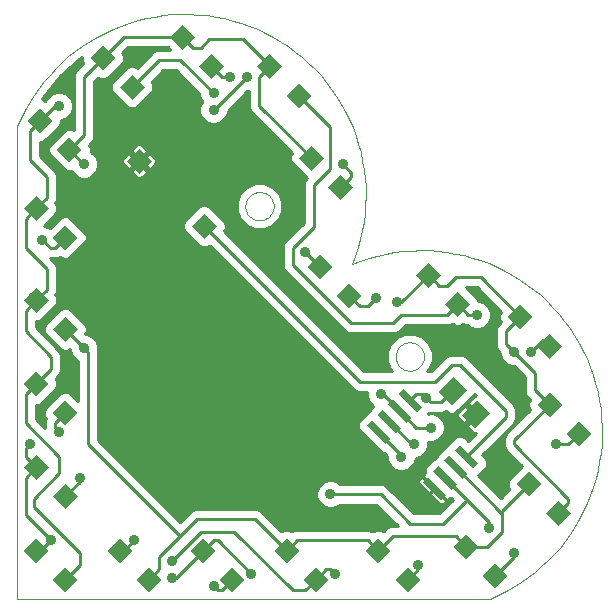
<source format=gbl>
G75*
G70*
%OFA0B0*%
%FSLAX24Y24*%
%IPPOS*%
%LPD*%
%AMOC8*
5,1,8,0,0,1.08239X$1,22.5*
%
%ADD10C,0.0000*%
%ADD11R,0.0591X0.0591*%
%ADD12R,0.0630X0.0709*%
%ADD13R,0.0240X0.0870*%
%ADD14C,0.0100*%
%ADD15C,0.0357*%
D10*
X010038Y009756D02*
X025786Y009756D01*
X026053Y009873D01*
X026314Y010003D01*
X026569Y010146D01*
X026816Y010300D01*
X027055Y010467D01*
X027287Y010645D01*
X027509Y010833D01*
X027722Y011033D01*
X027925Y011242D01*
X028117Y011461D01*
X028299Y011689D01*
X028470Y011925D01*
X028629Y012170D01*
X028776Y012422D01*
X028911Y012680D01*
X029033Y012945D01*
X029142Y013216D01*
X029238Y013491D01*
X029320Y013771D01*
X029389Y014054D01*
X029444Y014340D01*
X029485Y014629D01*
X029513Y014919D01*
X029526Y015211D01*
X029525Y015502D01*
X029510Y015794D01*
X029481Y016084D01*
X029438Y016372D01*
X029381Y016658D01*
X029310Y016941D01*
X029226Y017220D01*
X029128Y017495D01*
X029017Y017765D01*
X028893Y018029D01*
X028757Y018286D01*
X028608Y018537D01*
X028448Y018781D01*
X028276Y019016D01*
X028092Y019243D01*
X027898Y019461D01*
X027694Y019669D01*
X027480Y019866D01*
X027256Y020054D01*
X027024Y020230D01*
X026783Y020395D01*
X026535Y020548D01*
X026280Y020689D01*
X026018Y020817D01*
X025750Y020933D01*
X025477Y021035D01*
X025200Y021125D01*
X024918Y021200D01*
X024633Y021262D01*
X024345Y021310D01*
X024056Y021345D01*
X023765Y021365D01*
X023473Y021371D01*
X023182Y021363D01*
X022891Y021341D01*
X022602Y021305D01*
X022315Y021255D01*
X022030Y021191D01*
X021749Y021113D01*
X021472Y021022D01*
X021200Y020918D01*
X017640Y022840D02*
X017642Y022883D01*
X017648Y022925D01*
X017658Y022967D01*
X017671Y023008D01*
X017688Y023048D01*
X017709Y023085D01*
X017733Y023121D01*
X017760Y023154D01*
X017790Y023185D01*
X017823Y023213D01*
X017858Y023238D01*
X017895Y023259D01*
X017934Y023277D01*
X017974Y023291D01*
X018016Y023302D01*
X018058Y023309D01*
X018101Y023312D01*
X018144Y023311D01*
X018187Y023306D01*
X018229Y023297D01*
X018270Y023285D01*
X018310Y023269D01*
X018348Y023249D01*
X018384Y023226D01*
X018418Y023199D01*
X018450Y023170D01*
X018478Y023138D01*
X018504Y023103D01*
X018526Y023067D01*
X018545Y023028D01*
X018560Y022988D01*
X018572Y022947D01*
X018580Y022904D01*
X018584Y022861D01*
X018584Y022819D01*
X018580Y022776D01*
X018572Y022733D01*
X018560Y022692D01*
X018545Y022652D01*
X018526Y022613D01*
X018504Y022577D01*
X018478Y022542D01*
X018450Y022510D01*
X018418Y022481D01*
X018384Y022454D01*
X018348Y022431D01*
X018310Y022411D01*
X018270Y022395D01*
X018229Y022383D01*
X018187Y022374D01*
X018144Y022369D01*
X018101Y022368D01*
X018058Y022371D01*
X018016Y022378D01*
X017974Y022389D01*
X017934Y022403D01*
X017895Y022421D01*
X017858Y022442D01*
X017823Y022467D01*
X017790Y022495D01*
X017760Y022526D01*
X017733Y022559D01*
X017709Y022595D01*
X017688Y022632D01*
X017671Y022672D01*
X017658Y022713D01*
X017648Y022755D01*
X017642Y022797D01*
X017640Y022840D01*
X021200Y020917D02*
X021304Y021190D01*
X021395Y021467D01*
X021473Y021748D01*
X021537Y022032D01*
X021587Y022320D01*
X021623Y022609D01*
X021645Y022900D01*
X021653Y023191D01*
X021647Y023483D01*
X021627Y023774D01*
X021592Y024063D01*
X021544Y024351D01*
X021482Y024636D01*
X021407Y024918D01*
X021317Y025195D01*
X021215Y025468D01*
X021099Y025736D01*
X020971Y025998D01*
X020830Y026253D01*
X020677Y026501D01*
X020512Y026742D01*
X020336Y026974D01*
X020148Y027198D01*
X019951Y027412D01*
X019743Y027616D01*
X019525Y027810D01*
X019298Y027994D01*
X019063Y028166D01*
X018819Y028326D01*
X018568Y028475D01*
X018311Y028611D01*
X018047Y028735D01*
X017777Y028846D01*
X017502Y028944D01*
X017223Y029028D01*
X016940Y029099D01*
X016654Y029156D01*
X016366Y029199D01*
X016076Y029228D01*
X015784Y029243D01*
X015493Y029244D01*
X015201Y029231D01*
X014911Y029203D01*
X014622Y029162D01*
X014336Y029107D01*
X014053Y029038D01*
X013773Y028956D01*
X013498Y028860D01*
X013227Y028751D01*
X012962Y028629D01*
X012704Y028494D01*
X012452Y028347D01*
X012207Y028188D01*
X011971Y028017D01*
X011743Y027835D01*
X011524Y027643D01*
X011315Y027440D01*
X011115Y027227D01*
X010927Y027005D01*
X010749Y026773D01*
X010582Y026534D01*
X010428Y026287D01*
X010285Y026032D01*
X010155Y025771D01*
X010038Y025504D01*
X010038Y009756D01*
X022651Y017829D02*
X022653Y017872D01*
X022659Y017914D01*
X022669Y017956D01*
X022682Y017997D01*
X022699Y018037D01*
X022720Y018074D01*
X022744Y018110D01*
X022771Y018143D01*
X022801Y018174D01*
X022834Y018202D01*
X022869Y018227D01*
X022906Y018248D01*
X022945Y018266D01*
X022985Y018280D01*
X023027Y018291D01*
X023069Y018298D01*
X023112Y018301D01*
X023155Y018300D01*
X023198Y018295D01*
X023240Y018286D01*
X023281Y018274D01*
X023321Y018258D01*
X023359Y018238D01*
X023395Y018215D01*
X023429Y018188D01*
X023461Y018159D01*
X023489Y018127D01*
X023515Y018092D01*
X023537Y018056D01*
X023556Y018017D01*
X023571Y017977D01*
X023583Y017936D01*
X023591Y017893D01*
X023595Y017850D01*
X023595Y017808D01*
X023591Y017765D01*
X023583Y017722D01*
X023571Y017681D01*
X023556Y017641D01*
X023537Y017602D01*
X023515Y017566D01*
X023489Y017531D01*
X023461Y017499D01*
X023429Y017470D01*
X023395Y017443D01*
X023359Y017420D01*
X023321Y017400D01*
X023281Y017384D01*
X023240Y017372D01*
X023198Y017363D01*
X023155Y017358D01*
X023112Y017357D01*
X023069Y017360D01*
X023027Y017367D01*
X022985Y017378D01*
X022945Y017392D01*
X022906Y017410D01*
X022869Y017431D01*
X022834Y017456D01*
X022801Y017484D01*
X022771Y017515D01*
X022744Y017548D01*
X022720Y017584D01*
X022699Y017621D01*
X022682Y017661D01*
X022669Y017702D01*
X022659Y017744D01*
X022653Y017786D01*
X022651Y017829D01*
D11*
G36*
X020687Y019848D02*
X021104Y020265D01*
X021521Y019848D01*
X021104Y019431D01*
X020687Y019848D01*
G37*
G36*
X019713Y020822D02*
X020130Y021239D01*
X020547Y020822D01*
X020130Y020405D01*
X019713Y020822D01*
G37*
G36*
X020409Y023467D02*
X020826Y023884D01*
X021243Y023467D01*
X020826Y023050D01*
X020409Y023467D01*
G37*
G36*
X019435Y024441D02*
X019852Y024858D01*
X020269Y024441D01*
X019852Y024024D01*
X019435Y024441D01*
G37*
G36*
X019017Y026529D02*
X019434Y026946D01*
X019851Y026529D01*
X019434Y026112D01*
X019017Y026529D01*
G37*
G36*
X018043Y027503D02*
X018460Y027920D01*
X018877Y027503D01*
X018460Y027086D01*
X018043Y027503D01*
G37*
G36*
X016094Y027503D02*
X016511Y027920D01*
X016928Y027503D01*
X016511Y027086D01*
X016094Y027503D01*
G37*
G36*
X015120Y028478D02*
X015537Y028895D01*
X015954Y028478D01*
X015537Y028061D01*
X015120Y028478D01*
G37*
G36*
X013449Y026807D02*
X013866Y027224D01*
X014283Y026807D01*
X013866Y026390D01*
X013449Y026807D01*
G37*
G36*
X012475Y027782D02*
X012892Y028199D01*
X013309Y027782D01*
X012892Y027365D01*
X012475Y027782D01*
G37*
G36*
X010387Y025694D02*
X010804Y026111D01*
X011221Y025694D01*
X010804Y025277D01*
X010387Y025694D01*
G37*
G36*
X011361Y024720D02*
X011778Y025137D01*
X012195Y024720D01*
X011778Y024303D01*
X011361Y024720D01*
G37*
G36*
X010248Y022771D02*
X010665Y023188D01*
X011082Y022771D01*
X010665Y022354D01*
X010248Y022771D01*
G37*
G36*
X011222Y021796D02*
X011639Y022213D01*
X012056Y021796D01*
X011639Y021379D01*
X011222Y021796D01*
G37*
G36*
X010248Y019709D02*
X010665Y020126D01*
X011082Y019709D01*
X010665Y019292D01*
X010248Y019709D01*
G37*
G36*
X011222Y018734D02*
X011639Y019151D01*
X012056Y018734D01*
X011639Y018317D01*
X011222Y018734D01*
G37*
G36*
X010248Y016925D02*
X010665Y017342D01*
X011082Y016925D01*
X010665Y016508D01*
X010248Y016925D01*
G37*
G36*
X011222Y015950D02*
X011639Y016367D01*
X012056Y015950D01*
X011639Y015533D01*
X011222Y015950D01*
G37*
G36*
X010248Y014141D02*
X010665Y014558D01*
X011082Y014141D01*
X010665Y013724D01*
X010248Y014141D01*
G37*
G36*
X011222Y013166D02*
X011639Y013583D01*
X012056Y013166D01*
X011639Y012749D01*
X011222Y013166D01*
G37*
G36*
X010248Y011357D02*
X010665Y011774D01*
X011082Y011357D01*
X010665Y010940D01*
X010248Y011357D01*
G37*
G36*
X011222Y010383D02*
X011639Y010800D01*
X012056Y010383D01*
X011639Y009966D01*
X011222Y010383D01*
G37*
G36*
X013032Y011357D02*
X013449Y011774D01*
X013866Y011357D01*
X013449Y010940D01*
X013032Y011357D01*
G37*
G36*
X014006Y010383D02*
X014423Y010800D01*
X014840Y010383D01*
X014423Y009966D01*
X014006Y010383D01*
G37*
G36*
X015816Y011357D02*
X016233Y011774D01*
X016650Y011357D01*
X016233Y010940D01*
X015816Y011357D01*
G37*
G36*
X016790Y010383D02*
X017207Y010800D01*
X017624Y010383D01*
X017207Y009966D01*
X016790Y010383D01*
G37*
G36*
X018599Y011357D02*
X019016Y011774D01*
X019433Y011357D01*
X019016Y010940D01*
X018599Y011357D01*
G37*
G36*
X019574Y010383D02*
X019991Y010800D01*
X020408Y010383D01*
X019991Y009966D01*
X019574Y010383D01*
G37*
G36*
X021662Y011357D02*
X022079Y011774D01*
X022496Y011357D01*
X022079Y010940D01*
X021662Y011357D01*
G37*
G36*
X022636Y010383D02*
X023053Y010800D01*
X023470Y010383D01*
X023053Y009966D01*
X022636Y010383D01*
G37*
G36*
X024585Y011496D02*
X025002Y011913D01*
X025419Y011496D01*
X025002Y011079D01*
X024585Y011496D01*
G37*
G36*
X025559Y010522D02*
X025976Y010939D01*
X026393Y010522D01*
X025976Y010105D01*
X025559Y010522D01*
G37*
G36*
X027647Y012610D02*
X028064Y013027D01*
X028481Y012610D01*
X028064Y012193D01*
X027647Y012610D01*
G37*
G36*
X026673Y013584D02*
X027090Y014001D01*
X027507Y013584D01*
X027090Y013167D01*
X026673Y013584D01*
G37*
G36*
X028343Y015254D02*
X028760Y015671D01*
X029177Y015254D01*
X028760Y014837D01*
X028343Y015254D01*
G37*
G36*
X027369Y016229D02*
X027786Y016646D01*
X028203Y016229D01*
X027786Y015812D01*
X027369Y016229D01*
G37*
G36*
X027369Y018177D02*
X027786Y018594D01*
X028203Y018177D01*
X027786Y017760D01*
X027369Y018177D01*
G37*
G36*
X026394Y019152D02*
X026811Y019569D01*
X027228Y019152D01*
X026811Y018735D01*
X026394Y019152D01*
G37*
G36*
X024306Y019569D02*
X024723Y019986D01*
X025140Y019569D01*
X024723Y019152D01*
X024306Y019569D01*
G37*
G36*
X023332Y020544D02*
X023749Y020961D01*
X024166Y020544D01*
X023749Y020127D01*
X023332Y020544D01*
G37*
G36*
X016274Y021755D02*
X015857Y022172D01*
X016274Y022589D01*
X016691Y022172D01*
X016274Y021755D01*
G37*
G36*
X014103Y023927D02*
X013686Y024344D01*
X014103Y024761D01*
X014520Y024344D01*
X014103Y023927D01*
G37*
D12*
G36*
X024515Y016215D02*
X024069Y016661D01*
X024569Y017161D01*
X025015Y016715D01*
X024515Y016215D01*
G37*
G36*
X025295Y015436D02*
X024849Y015882D01*
X025349Y016382D01*
X025795Y015936D01*
X025295Y015436D01*
G37*
D13*
G36*
X024619Y014718D02*
X024789Y014888D01*
X025403Y014274D01*
X025233Y014104D01*
X024619Y014718D01*
G37*
G36*
X024265Y014365D02*
X024435Y014535D01*
X025049Y013921D01*
X024879Y013751D01*
X024265Y014365D01*
G37*
G36*
X023912Y014011D02*
X024082Y014181D01*
X024696Y013567D01*
X024526Y013397D01*
X023912Y014011D01*
G37*
G36*
X023558Y013658D02*
X023728Y013828D01*
X024342Y013214D01*
X024172Y013044D01*
X023558Y013658D01*
G37*
G36*
X021685Y015531D02*
X021855Y015701D01*
X022469Y015087D01*
X022299Y014917D01*
X021685Y015531D01*
G37*
G36*
X022038Y015885D02*
X022208Y016055D01*
X022822Y015441D01*
X022652Y015271D01*
X022038Y015885D01*
G37*
G36*
X022392Y016239D02*
X022562Y016409D01*
X023176Y015795D01*
X023006Y015625D01*
X022392Y016239D01*
G37*
G36*
X022745Y016592D02*
X022915Y016762D01*
X023529Y016148D01*
X023359Y015978D01*
X022745Y016592D01*
G37*
D14*
X023137Y016370D02*
X023344Y016577D01*
X023540Y016577D01*
X023679Y016438D01*
X023819Y016298D01*
X024153Y016298D01*
X024542Y016688D01*
X024871Y016162D02*
X024917Y016162D01*
X024958Y016202D02*
X024729Y015973D01*
X024709Y015939D01*
X024699Y015900D01*
X024699Y015861D01*
X024709Y015823D01*
X024729Y015789D01*
X024930Y015587D01*
X025251Y015908D01*
X025322Y015838D01*
X025001Y015517D01*
X025202Y015315D01*
X025236Y015296D01*
X025274Y015285D01*
X025314Y015285D01*
X025321Y015287D01*
X025061Y015026D01*
X024953Y015134D01*
X024846Y015179D01*
X024731Y015179D01*
X024624Y015134D01*
X024373Y014883D01*
X024343Y014811D01*
X024270Y014781D01*
X024019Y014530D01*
X023989Y014457D01*
X023917Y014427D01*
X023666Y014176D01*
X023621Y014070D01*
X023621Y013954D01*
X023627Y013940D01*
X023544Y013856D01*
X023950Y013450D01*
X023936Y013436D01*
X023530Y013842D01*
X023438Y013750D01*
X023418Y013716D01*
X023408Y013678D01*
X023408Y013639D01*
X023418Y013600D01*
X023438Y013566D01*
X023752Y013252D01*
X023936Y013435D01*
X023950Y013421D01*
X023767Y013238D01*
X024081Y012923D01*
X024115Y012903D01*
X024153Y012893D01*
X024193Y012893D01*
X024231Y012903D01*
X024265Y012923D01*
X024357Y013015D01*
X023950Y013421D01*
X023965Y013435D01*
X024371Y013029D01*
X024455Y013113D01*
X024469Y013107D01*
X024449Y013107D01*
X024469Y013107D02*
X024506Y013107D01*
X024553Y013059D01*
X024095Y012602D01*
X023263Y012602D01*
X022436Y013429D01*
X022341Y013524D01*
X022216Y013576D01*
X020800Y013576D01*
X020743Y013633D01*
X020571Y013704D01*
X020385Y013704D01*
X020213Y013633D01*
X020081Y013501D01*
X014291Y013501D01*
X014192Y013599D02*
X020179Y013599D01*
X020081Y013501D02*
X020010Y013329D01*
X020010Y013143D01*
X020081Y012971D01*
X020213Y012839D01*
X020385Y012768D01*
X020571Y012768D01*
X020743Y012839D01*
X020800Y012896D01*
X022007Y012896D01*
X022719Y012184D01*
X022498Y012184D01*
X022495Y012183D01*
X022373Y012132D01*
X022252Y012011D01*
X022243Y012020D01*
X022136Y012064D01*
X022021Y012064D01*
X021914Y012020D01*
X021898Y012004D01*
X021834Y012030D01*
X021798Y012045D01*
X021663Y012045D01*
X019297Y012045D01*
X019293Y012043D01*
X019197Y012004D01*
X019181Y012020D01*
X019074Y012064D01*
X018959Y012064D01*
X018852Y012020D01*
X018843Y012011D01*
X018261Y012593D01*
X018165Y012689D01*
X018040Y012741D01*
X015956Y012741D01*
X015831Y012689D01*
X015736Y012593D01*
X015467Y012325D01*
X012745Y015047D01*
X012745Y017901D01*
X012745Y018036D01*
X012734Y018062D01*
X012734Y018201D01*
X012663Y018373D01*
X012531Y018505D01*
X012359Y018576D01*
X012305Y018576D01*
X012347Y018676D01*
X012347Y018792D01*
X012303Y018898D01*
X011803Y019398D01*
X011697Y019442D01*
X011581Y019442D01*
X011475Y019398D01*
X010976Y018898D01*
X010932Y018792D01*
X010932Y018676D01*
X010976Y018570D01*
X011475Y018071D01*
X011581Y018027D01*
X011697Y018027D01*
X011797Y018068D01*
X011797Y018015D01*
X011868Y017843D01*
X012000Y017711D01*
X012065Y017684D01*
X012065Y016352D01*
X011803Y016614D01*
X011697Y016658D01*
X011581Y016658D01*
X011475Y016614D01*
X010976Y016115D01*
X010932Y016008D01*
X010932Y015893D01*
X010976Y015786D01*
X010992Y015769D01*
X010951Y015670D01*
X010951Y015531D01*
X010951Y015449D01*
X010657Y015743D01*
X010657Y016217D01*
X010722Y016217D01*
X010829Y016261D01*
X011328Y016760D01*
X011372Y016867D01*
X011372Y016982D01*
X011328Y017089D01*
X011319Y017098D01*
X011440Y017219D01*
X011476Y017307D01*
X011492Y017344D01*
X012065Y017344D01*
X012065Y017246D02*
X011451Y017246D01*
X011492Y017344D02*
X011492Y017762D01*
X011492Y017897D01*
X011477Y017933D01*
X011440Y018022D01*
X010657Y018805D01*
X010657Y019001D01*
X010722Y019001D01*
X010829Y019045D01*
X011328Y019544D01*
X011372Y019651D01*
X011372Y019766D01*
X011328Y019873D01*
X011312Y019889D01*
X011337Y019951D01*
X011353Y019989D01*
X011353Y020820D01*
X011301Y020945D01*
X011205Y021041D01*
X011138Y021109D01*
X011220Y021109D01*
X011359Y021109D01*
X011396Y021124D01*
X011458Y021150D01*
X011475Y021133D01*
X011581Y021089D01*
X011697Y021089D01*
X011803Y021133D01*
X012303Y021632D01*
X012347Y021739D01*
X012347Y021854D01*
X012303Y021961D01*
X011803Y022460D01*
X011697Y022504D01*
X011581Y022504D01*
X011475Y022460D01*
X011139Y022124D01*
X010967Y022195D01*
X010917Y022195D01*
X011328Y022607D01*
X011372Y022713D01*
X011372Y022829D01*
X011328Y022935D01*
X011311Y022952D01*
X011337Y023014D01*
X011353Y023051D01*
X011353Y023882D01*
X011337Y023921D01*
X011301Y024007D01*
X010796Y024512D01*
X010796Y024986D01*
X010862Y024986D01*
X010968Y025031D01*
X011467Y025530D01*
X011511Y025636D01*
X011511Y025713D01*
X011524Y025713D01*
X011696Y025784D01*
X011827Y025916D01*
X011899Y026088D01*
X011899Y026274D01*
X011827Y026446D01*
X011696Y026578D01*
X011524Y026650D01*
X011337Y026650D01*
X011165Y026578D01*
X011033Y026446D01*
X011003Y026374D01*
X010977Y026348D01*
X010968Y026357D01*
X010862Y026401D01*
X010854Y026401D01*
X010926Y026521D01*
X011471Y027184D01*
X012110Y027758D01*
X012184Y027807D01*
X012184Y027724D01*
X012228Y027618D01*
X012238Y027608D01*
X011977Y027348D01*
X011926Y027223D01*
X011926Y027088D01*
X011926Y025390D01*
X011836Y025427D01*
X011721Y025427D01*
X011614Y025383D01*
X011115Y024884D01*
X011071Y024777D01*
X011071Y024662D01*
X011115Y024555D01*
X011614Y024056D01*
X011721Y024012D01*
X011836Y024012D01*
X011848Y024017D01*
X011868Y023967D01*
X012000Y023835D01*
X012172Y023764D01*
X012359Y023764D01*
X012531Y023835D01*
X012663Y023967D01*
X012734Y024139D01*
X012734Y024326D01*
X012663Y024498D01*
X012531Y024629D01*
X012481Y024650D01*
X012486Y024662D01*
X012486Y024777D01*
X012442Y024884D01*
X012433Y024893D01*
X012554Y025014D01*
X012590Y025101D01*
X012605Y025139D01*
X012605Y027015D01*
X012718Y027128D01*
X012728Y027118D01*
X012834Y027074D01*
X012950Y027074D01*
X013056Y027118D01*
X013555Y027618D01*
X013599Y027724D01*
X013599Y027840D01*
X013555Y027946D01*
X013546Y027955D01*
X013729Y028138D01*
X015049Y028138D01*
X015134Y028052D01*
X014703Y028052D01*
X014578Y028000D01*
X014483Y027905D01*
X014040Y027462D01*
X014031Y027471D01*
X013924Y027515D01*
X013809Y027515D01*
X013702Y027471D01*
X013203Y026972D01*
X013159Y026865D01*
X013159Y026750D01*
X013203Y026643D01*
X013702Y026144D01*
X013809Y026100D01*
X013924Y026100D01*
X014031Y026144D01*
X014530Y026643D01*
X014574Y026750D01*
X014574Y026865D01*
X014530Y026972D01*
X014520Y026981D01*
X014912Y027372D01*
X015326Y027372D01*
X016112Y026586D01*
X016112Y026506D01*
X016183Y026333D01*
X016196Y026320D01*
X016183Y026307D01*
X016112Y026135D01*
X016112Y025949D01*
X016183Y025777D01*
X016315Y025645D01*
X016487Y025574D01*
X016674Y025574D01*
X016846Y025645D01*
X016978Y025777D01*
X017049Y025949D01*
X017049Y026030D01*
X017706Y026687D01*
X017772Y026687D01*
X017772Y026249D01*
X017772Y026113D01*
X017823Y025989D01*
X019197Y024615D01*
X019188Y024605D01*
X019144Y024499D01*
X019144Y024383D01*
X019188Y024277D01*
X019685Y023781D01*
X019633Y023729D01*
X019581Y023604D01*
X019581Y023469D01*
X019581Y022285D01*
X018937Y021641D01*
X018900Y021552D01*
X018885Y021516D01*
X018885Y021381D01*
X018885Y020824D01*
X018937Y020699D01*
X019033Y020604D01*
X020886Y018750D01*
X020981Y018655D01*
X021106Y018603D01*
X022634Y018603D01*
X022758Y018655D01*
X022854Y018750D01*
X022985Y018881D01*
X024443Y018881D01*
X024481Y018897D01*
X024542Y018923D01*
X024559Y018906D01*
X024666Y018862D01*
X024781Y018862D01*
X024888Y018906D01*
X024904Y018923D01*
X025004Y018881D01*
X025027Y018881D01*
X025084Y018824D01*
X025257Y018753D01*
X025443Y018753D01*
X025615Y018824D01*
X025747Y018956D01*
X025818Y019128D01*
X025818Y019315D01*
X026147Y019315D01*
X026148Y019316D02*
X026104Y019209D01*
X026104Y019094D01*
X026148Y018988D01*
X026157Y018978D01*
X026036Y018857D01*
X025986Y018736D01*
X025984Y018732D01*
X025984Y018315D01*
X025984Y018179D01*
X026036Y018054D01*
X026134Y017956D01*
X026134Y017875D01*
X026205Y017703D01*
X026337Y017572D01*
X026509Y017500D01*
X026590Y017500D01*
X026959Y017132D01*
X026959Y016648D01*
X026976Y016606D01*
X027010Y016523D01*
X027131Y016402D01*
X027122Y016393D01*
X027078Y016286D01*
X027078Y016171D01*
X027122Y016064D01*
X027131Y016055D01*
X026410Y015334D01*
X026314Y015238D01*
X026263Y015113D01*
X026263Y014839D01*
X026314Y014714D01*
X026410Y014618D01*
X026853Y014175D01*
X026426Y013748D01*
X026382Y013642D01*
X026382Y013526D01*
X026426Y013420D01*
X026435Y013411D01*
X026153Y013128D01*
X025410Y013870D01*
X025649Y014109D01*
X025693Y014216D01*
X025693Y014331D01*
X025649Y014438D01*
X025541Y014546D01*
X026591Y015595D01*
X026612Y015617D01*
X026664Y015742D01*
X026664Y016088D01*
X026612Y016213D01*
X026517Y016308D01*
X026517Y016308D01*
X025081Y017744D01*
X024986Y017839D01*
X024861Y017891D01*
X024447Y017891D01*
X024322Y017839D01*
X024226Y017744D01*
X023817Y017334D01*
X023706Y017334D01*
X023769Y017398D01*
X023885Y017678D01*
X023885Y017981D01*
X023769Y018261D01*
X023555Y018476D01*
X023274Y018592D01*
X022971Y018592D01*
X022691Y018476D01*
X022476Y018261D01*
X022360Y017981D01*
X022360Y017678D01*
X022476Y017398D01*
X022540Y017334D01*
X021593Y017334D01*
X016929Y021999D01*
X016938Y022008D01*
X016982Y022115D01*
X016982Y022230D01*
X016938Y022337D01*
X016439Y022836D01*
X016332Y022880D01*
X016217Y022880D01*
X016110Y022836D01*
X015611Y022337D01*
X015567Y022230D01*
X015567Y022115D01*
X015611Y022008D01*
X016110Y021509D01*
X016217Y021465D01*
X016332Y021465D01*
X016439Y021509D01*
X016448Y021518D01*
X021164Y016802D01*
X021260Y016706D01*
X021385Y016654D01*
X021680Y016654D01*
X012745Y016654D01*
X012745Y016556D02*
X021680Y016556D01*
X021680Y016484D02*
X021751Y016311D01*
X021883Y016180D01*
X021910Y016168D01*
X021792Y016050D01*
X021762Y015978D01*
X021690Y015948D01*
X021438Y015696D01*
X021394Y015590D01*
X021394Y015474D01*
X021438Y015368D01*
X022135Y014671D01*
X022242Y014627D01*
X022278Y014627D01*
X022376Y014529D01*
X022376Y014396D01*
X022447Y014223D01*
X022579Y014092D01*
X022751Y014020D01*
X022937Y014020D01*
X023110Y014092D01*
X023631Y014092D01*
X023621Y013994D02*
X013798Y013994D01*
X013700Y014092D02*
X022579Y014092D01*
X022480Y014191D02*
X013601Y014191D01*
X013503Y014289D02*
X022420Y014289D01*
X022379Y014388D02*
X013404Y014388D01*
X013306Y014486D02*
X022376Y014486D01*
X022320Y014585D02*
X013207Y014585D01*
X013108Y014683D02*
X022123Y014683D01*
X022024Y014782D02*
X013010Y014782D01*
X012911Y014880D02*
X021926Y014880D01*
X021827Y014979D02*
X012813Y014979D01*
X012745Y015078D02*
X021729Y015078D01*
X021630Y015176D02*
X012745Y015176D01*
X012745Y015275D02*
X021531Y015275D01*
X021436Y015373D02*
X012745Y015373D01*
X012745Y015472D02*
X021395Y015472D01*
X021394Y015570D02*
X012745Y015570D01*
X012745Y015669D02*
X021427Y015669D01*
X021509Y015767D02*
X012745Y015767D01*
X012745Y015866D02*
X021608Y015866D01*
X021730Y015964D02*
X012745Y015964D01*
X012745Y016063D02*
X021805Y016063D01*
X021903Y016162D02*
X012745Y016162D01*
X012745Y016260D02*
X021802Y016260D01*
X021732Y016359D02*
X012745Y016359D01*
X012745Y016457D02*
X021691Y016457D01*
X021680Y016484D02*
X021680Y016654D01*
X021452Y016994D02*
X023958Y016994D01*
X024515Y017551D01*
X024793Y017551D01*
X026324Y016020D01*
X026324Y015809D01*
X025011Y014496D01*
X024657Y014143D02*
X026179Y012621D01*
X026185Y012621D01*
X026185Y012679D01*
X027090Y013584D01*
X026672Y013994D02*
X025534Y013994D01*
X025632Y014092D02*
X026770Y014092D01*
X026837Y014191D02*
X025683Y014191D01*
X025693Y014289D02*
X026739Y014289D01*
X026640Y014388D02*
X025670Y014388D01*
X025601Y014486D02*
X026542Y014486D01*
X026443Y014585D02*
X025580Y014585D01*
X025679Y014683D02*
X026345Y014683D01*
X026286Y014782D02*
X025777Y014782D01*
X025876Y014880D02*
X026263Y014880D01*
X026263Y014979D02*
X025975Y014979D01*
X026073Y015078D02*
X026263Y015078D01*
X026289Y015176D02*
X026172Y015176D01*
X026270Y015275D02*
X026351Y015275D01*
X026369Y015373D02*
X026449Y015373D01*
X026467Y015472D02*
X026548Y015472D01*
X026566Y015570D02*
X026646Y015570D01*
X026634Y015669D02*
X026745Y015669D01*
X026664Y015767D02*
X026844Y015767D01*
X026942Y015866D02*
X026664Y015866D01*
X026664Y015964D02*
X027041Y015964D01*
X027124Y016063D02*
X026664Y016063D01*
X026633Y016162D02*
X027082Y016162D01*
X027078Y016260D02*
X026565Y016260D01*
X026466Y016359D02*
X027108Y016359D01*
X027076Y016457D02*
X026368Y016457D01*
X026269Y016556D02*
X026997Y016556D01*
X026959Y016654D02*
X026171Y016654D01*
X026072Y016753D02*
X026959Y016753D01*
X026959Y016851D02*
X025973Y016851D01*
X025875Y016950D02*
X026959Y016950D01*
X026959Y017048D02*
X025776Y017048D01*
X025678Y017147D02*
X026943Y017147D01*
X026845Y017246D02*
X025579Y017246D01*
X025481Y017344D02*
X026746Y017344D01*
X026648Y017443D02*
X025382Y017443D01*
X025284Y017541D02*
X026411Y017541D01*
X026269Y017640D02*
X025185Y017640D01*
X025087Y017738D02*
X026191Y017738D01*
X026150Y017837D02*
X024988Y017837D01*
X025081Y017744D02*
X025081Y017744D01*
X024320Y017837D02*
X023885Y017837D01*
X023885Y017935D02*
X026134Y017935D01*
X026056Y018034D02*
X023863Y018034D01*
X023822Y018132D02*
X026004Y018132D01*
X025984Y018231D02*
X023782Y018231D01*
X023701Y018329D02*
X025984Y018329D01*
X025984Y018428D02*
X023602Y018428D01*
X023432Y018527D02*
X025984Y018527D01*
X025984Y018625D02*
X022687Y018625D01*
X022813Y018527D02*
X020401Y018527D01*
X020302Y018625D02*
X021053Y018625D01*
X020912Y018724D02*
X020204Y018724D01*
X020105Y018822D02*
X020814Y018822D01*
X020886Y018750D02*
X020886Y018750D01*
X020715Y018921D02*
X020007Y018921D01*
X019908Y019019D02*
X020617Y019019D01*
X020518Y019118D02*
X019810Y019118D01*
X019711Y019216D02*
X020420Y019216D01*
X020321Y019315D02*
X019612Y019315D01*
X019514Y019413D02*
X020223Y019413D01*
X020124Y019512D02*
X019415Y019512D01*
X019317Y019611D02*
X020026Y019611D01*
X019927Y019709D02*
X019218Y019709D01*
X019120Y019808D02*
X019829Y019808D01*
X019730Y019906D02*
X019021Y019906D01*
X018923Y020005D02*
X019631Y020005D01*
X019533Y020103D02*
X018824Y020103D01*
X018726Y020202D02*
X019434Y020202D01*
X019336Y020300D02*
X018627Y020300D01*
X018528Y020399D02*
X019237Y020399D01*
X019139Y020497D02*
X018430Y020497D01*
X018331Y020596D02*
X019040Y020596D01*
X018942Y020695D02*
X018233Y020695D01*
X018134Y020793D02*
X018898Y020793D01*
X018885Y020892D02*
X018036Y020892D01*
X017937Y020990D02*
X018885Y020990D01*
X018885Y021089D02*
X017839Y021089D01*
X017740Y021187D02*
X018885Y021187D01*
X018885Y021286D02*
X017642Y021286D01*
X017543Y021384D02*
X018885Y021384D01*
X018885Y021483D02*
X017444Y021483D01*
X017346Y021581D02*
X018912Y021581D01*
X018885Y021516D02*
X018885Y021516D01*
X018976Y021680D02*
X017247Y021680D01*
X017149Y021779D02*
X019074Y021779D01*
X019173Y021877D02*
X017050Y021877D01*
X016952Y021976D02*
X019271Y021976D01*
X019370Y022074D02*
X016965Y022074D01*
X016982Y022173D02*
X017731Y022173D01*
X017680Y022194D02*
X017960Y022078D01*
X018263Y022078D01*
X018544Y022194D01*
X018758Y022409D01*
X018874Y022689D01*
X018874Y022992D01*
X018758Y023272D01*
X018544Y023487D01*
X018263Y023603D01*
X017960Y023603D01*
X017680Y023487D01*
X017465Y023272D01*
X017349Y022992D01*
X017349Y022689D01*
X017465Y022409D01*
X017680Y022194D01*
X017603Y022271D02*
X016965Y022271D01*
X016904Y022370D02*
X017504Y022370D01*
X017441Y022468D02*
X016806Y022468D01*
X016707Y022567D02*
X017400Y022567D01*
X017359Y022665D02*
X016609Y022665D01*
X016510Y022764D02*
X017349Y022764D01*
X017349Y022862D02*
X016374Y022862D01*
X016175Y022862D02*
X011358Y022862D01*
X011372Y022764D02*
X016038Y022764D01*
X015940Y022665D02*
X011353Y022665D01*
X011288Y022567D02*
X015841Y022567D01*
X015743Y022468D02*
X011783Y022468D01*
X011894Y022370D02*
X015644Y022370D01*
X015584Y022271D02*
X011992Y022271D01*
X012091Y022173D02*
X015567Y022173D01*
X015584Y022074D02*
X012189Y022074D01*
X012288Y021976D02*
X015643Y021976D01*
X015742Y021877D02*
X012337Y021877D01*
X012347Y021779D02*
X015840Y021779D01*
X015939Y021680D02*
X012322Y021680D01*
X012252Y021581D02*
X016037Y021581D01*
X016173Y021483D02*
X012153Y021483D01*
X012055Y021384D02*
X016581Y021384D01*
X016483Y021483D02*
X016376Y021483D01*
X016680Y021286D02*
X011956Y021286D01*
X011858Y021187D02*
X016779Y021187D01*
X016877Y021089D02*
X011157Y021089D01*
X011205Y021041D02*
X011205Y021041D01*
X011256Y020990D02*
X016976Y020990D01*
X017074Y020892D02*
X011323Y020892D01*
X011353Y020793D02*
X017173Y020793D01*
X017271Y020695D02*
X011353Y020695D01*
X011353Y020596D02*
X017370Y020596D01*
X017468Y020497D02*
X011353Y020497D01*
X011353Y020399D02*
X017567Y020399D01*
X017665Y020300D02*
X011353Y020300D01*
X011353Y020202D02*
X017764Y020202D01*
X017863Y020103D02*
X011353Y020103D01*
X011353Y020005D02*
X017961Y020005D01*
X018060Y019906D02*
X011318Y019906D01*
X011355Y019808D02*
X018158Y019808D01*
X018257Y019709D02*
X011372Y019709D01*
X011356Y019611D02*
X018355Y019611D01*
X018454Y019512D02*
X011296Y019512D01*
X011197Y019413D02*
X011513Y019413D01*
X011392Y019315D02*
X011099Y019315D01*
X011000Y019216D02*
X011294Y019216D01*
X011195Y019118D02*
X010902Y019118D01*
X010767Y019019D02*
X011097Y019019D01*
X010998Y018921D02*
X010657Y018921D01*
X010657Y018822D02*
X010944Y018822D01*
X010932Y018724D02*
X010739Y018724D01*
X010837Y018625D02*
X010953Y018625D01*
X010936Y018527D02*
X011019Y018527D01*
X011034Y018428D02*
X011118Y018428D01*
X011133Y018329D02*
X011216Y018329D01*
X011231Y018231D02*
X011315Y018231D01*
X011330Y018132D02*
X011413Y018132D01*
X011428Y018034D02*
X011564Y018034D01*
X011476Y017935D02*
X011830Y017935D01*
X011797Y018034D02*
X011714Y018034D01*
X011874Y017837D02*
X011492Y017837D01*
X011492Y017897D02*
X011492Y017897D01*
X011492Y017738D02*
X011973Y017738D01*
X012065Y017640D02*
X011492Y017640D01*
X011492Y017541D02*
X012065Y017541D01*
X012065Y017443D02*
X011492Y017443D01*
X011368Y017147D02*
X012065Y017147D01*
X012065Y017048D02*
X011345Y017048D01*
X011372Y016950D02*
X012065Y016950D01*
X012065Y016851D02*
X011366Y016851D01*
X011321Y016753D02*
X012065Y016753D01*
X012065Y016654D02*
X011706Y016654D01*
X011573Y016654D02*
X011222Y016654D01*
X011124Y016556D02*
X011417Y016556D01*
X011318Y016457D02*
X011025Y016457D01*
X010926Y016359D02*
X011220Y016359D01*
X011121Y016260D02*
X010826Y016260D01*
X010657Y016162D02*
X011023Y016162D01*
X010954Y016063D02*
X010657Y016063D01*
X010657Y015964D02*
X010932Y015964D01*
X010943Y015866D02*
X010657Y015866D01*
X010657Y015767D02*
X010992Y015767D01*
X010951Y015670D02*
X010951Y015670D01*
X010951Y015669D02*
X010731Y015669D01*
X010830Y015570D02*
X010951Y015570D01*
X010951Y015472D02*
X010928Y015472D01*
X011291Y015463D02*
X011430Y015324D01*
X011291Y015463D02*
X011291Y015602D01*
X011639Y015950D01*
X012059Y016359D02*
X012065Y016359D01*
X012065Y016457D02*
X011960Y016457D01*
X011861Y016556D02*
X012065Y016556D01*
X012745Y016753D02*
X021213Y016753D01*
X021114Y016851D02*
X012745Y016851D01*
X012745Y016950D02*
X021016Y016950D01*
X020917Y017048D02*
X012745Y017048D01*
X012745Y017147D02*
X020819Y017147D01*
X020720Y017246D02*
X012745Y017246D01*
X012745Y017344D02*
X020622Y017344D01*
X020523Y017443D02*
X012745Y017443D01*
X012745Y017541D02*
X020425Y017541D01*
X020326Y017640D02*
X012745Y017640D01*
X012745Y017738D02*
X020228Y017738D01*
X020129Y017837D02*
X012745Y017837D01*
X012745Y017935D02*
X020030Y017935D01*
X019932Y018034D02*
X012745Y018034D01*
X012734Y018132D02*
X019833Y018132D01*
X019735Y018231D02*
X012722Y018231D01*
X012681Y018329D02*
X019636Y018329D01*
X019538Y018428D02*
X012608Y018428D01*
X012479Y018527D02*
X019439Y018527D01*
X019341Y018625D02*
X012325Y018625D01*
X012347Y018724D02*
X019242Y018724D01*
X019144Y018822D02*
X012334Y018822D01*
X012280Y018921D02*
X019045Y018921D01*
X018946Y019019D02*
X012182Y019019D01*
X012083Y019118D02*
X018848Y019118D01*
X018749Y019216D02*
X011985Y019216D01*
X011886Y019315D02*
X018651Y019315D01*
X018552Y019413D02*
X011765Y019413D01*
X011639Y018734D02*
X012266Y018108D01*
X012405Y017969D01*
X012405Y014906D01*
X015467Y011844D01*
X014771Y011148D01*
X014771Y010731D01*
X014423Y010383D01*
X015189Y010452D02*
X015328Y010452D01*
X016233Y011357D01*
X016581Y011705D01*
X016720Y011705D01*
X017833Y010591D01*
X017207Y010383D02*
X016859Y010035D01*
X016720Y010035D01*
X016581Y010174D01*
X015189Y011009D02*
X016163Y011983D01*
X017276Y011983D01*
X019225Y010035D01*
X019643Y010035D01*
X019991Y010383D01*
X020339Y010731D01*
X020478Y010731D01*
X020617Y010591D01*
X021731Y011705D02*
X019364Y011705D01*
X019016Y011357D01*
X017972Y012401D01*
X016024Y012401D01*
X015467Y011844D01*
X015375Y012417D02*
X015559Y012417D01*
X015658Y012515D02*
X015276Y012515D01*
X015178Y012614D02*
X015756Y012614D01*
X015888Y012713D02*
X015079Y012713D01*
X014981Y012811D02*
X020280Y012811D01*
X020142Y012910D02*
X014882Y012910D01*
X014784Y013008D02*
X020065Y013008D01*
X020025Y013107D02*
X014685Y013107D01*
X014587Y013205D02*
X020010Y013205D01*
X020010Y013304D02*
X014488Y013304D01*
X014390Y013402D02*
X020040Y013402D01*
X020369Y013698D02*
X014094Y013698D01*
X013995Y013796D02*
X023484Y013796D01*
X023575Y013796D02*
X023604Y013796D01*
X023583Y013895D02*
X013897Y013895D01*
X012126Y013793D02*
X012126Y013654D01*
X011639Y013166D01*
X011430Y013932D02*
X010595Y013097D01*
X010595Y012818D01*
X012126Y011287D01*
X012126Y010870D01*
X011639Y010383D01*
X010804Y011357D02*
X010665Y011357D01*
X010804Y011357D02*
X011152Y011705D01*
X010317Y012540D01*
X010317Y013793D01*
X010665Y014141D01*
X010317Y014489D01*
X010317Y014767D01*
X010456Y014906D01*
X010317Y015602D02*
X011430Y014489D01*
X011430Y013932D01*
X010317Y015602D02*
X010317Y016577D01*
X010665Y016925D01*
X011152Y017412D01*
X011152Y017829D01*
X010317Y018665D01*
X010317Y019361D01*
X010665Y019709D01*
X011013Y020057D01*
X011013Y020753D01*
X010317Y021449D01*
X010317Y022423D01*
X010665Y022771D01*
X011013Y023119D01*
X011013Y023815D01*
X010456Y024372D01*
X010456Y025346D01*
X010804Y025694D01*
X011291Y026181D01*
X011430Y026181D01*
X011095Y026509D02*
X010918Y026509D01*
X010859Y026410D02*
X011018Y026410D01*
X010996Y026607D02*
X011235Y026607D01*
X011077Y026706D02*
X011926Y026706D01*
X011926Y026804D02*
X011159Y026804D01*
X011240Y026903D02*
X011926Y026903D01*
X011926Y027001D02*
X011321Y027001D01*
X011402Y027100D02*
X011926Y027100D01*
X011926Y027198D02*
X011488Y027198D01*
X011597Y027297D02*
X011956Y027297D01*
X012025Y027395D02*
X011707Y027395D01*
X011816Y027494D02*
X012123Y027494D01*
X012222Y027593D02*
X011926Y027593D01*
X012036Y027691D02*
X012198Y027691D01*
X012184Y027790D02*
X012158Y027790D01*
X012266Y027155D02*
X012266Y025207D01*
X011778Y024720D01*
X012266Y024232D01*
X012695Y024045D02*
X013875Y024045D01*
X013823Y023994D02*
X014011Y023806D01*
X014045Y023786D01*
X014083Y023776D01*
X014123Y023776D01*
X014161Y023786D01*
X014195Y023806D01*
X014382Y023994D01*
X014103Y024273D01*
X014174Y024344D01*
X014103Y024414D01*
X014382Y024694D01*
X014195Y024881D01*
X014161Y024901D01*
X014123Y024911D01*
X014083Y024911D01*
X014045Y024901D01*
X014011Y024881D01*
X013823Y024694D01*
X014103Y024414D01*
X014032Y024344D01*
X013753Y024623D01*
X013565Y024436D01*
X013546Y024402D01*
X013535Y024363D01*
X013535Y024324D01*
X013546Y024286D01*
X013565Y024252D01*
X013753Y024064D01*
X014032Y024344D01*
X014103Y024273D01*
X013823Y023994D01*
X013870Y023946D02*
X012642Y023946D01*
X012543Y023848D02*
X013969Y023848D01*
X014237Y023848D02*
X019617Y023848D01*
X019653Y023749D02*
X011353Y023749D01*
X011353Y023651D02*
X019601Y023651D01*
X019581Y023552D02*
X018385Y023552D01*
X018577Y023454D02*
X019581Y023454D01*
X019581Y023355D02*
X018675Y023355D01*
X018764Y023257D02*
X019581Y023257D01*
X019581Y023158D02*
X018805Y023158D01*
X018846Y023060D02*
X019581Y023060D01*
X019581Y022961D02*
X018874Y022961D01*
X018874Y022862D02*
X019581Y022862D01*
X019581Y022764D02*
X018874Y022764D01*
X018864Y022665D02*
X019581Y022665D01*
X019581Y022567D02*
X018824Y022567D01*
X018783Y022468D02*
X019581Y022468D01*
X019581Y022370D02*
X018719Y022370D01*
X018621Y022271D02*
X019567Y022271D01*
X019469Y022173D02*
X018492Y022173D01*
X019225Y021449D02*
X019921Y022144D01*
X019921Y023536D01*
X020478Y024093D01*
X020478Y025485D01*
X019434Y026529D01*
X018460Y027503D02*
X017555Y028408D01*
X016441Y028408D01*
X016163Y028130D01*
X015885Y028130D01*
X015537Y028478D01*
X013588Y028478D01*
X012892Y027782D01*
X012266Y027155D01*
X012605Y027001D02*
X013232Y027001D01*
X013174Y026903D02*
X012605Y026903D01*
X012605Y026804D02*
X013159Y026804D01*
X013177Y026706D02*
X012605Y026706D01*
X012605Y026607D02*
X013239Y026607D01*
X013337Y026509D02*
X012605Y026509D01*
X012605Y026410D02*
X013436Y026410D01*
X013535Y026311D02*
X012605Y026311D01*
X012605Y026213D02*
X013633Y026213D01*
X013774Y026114D02*
X012605Y026114D01*
X012605Y026016D02*
X016112Y026016D01*
X016112Y026114D02*
X013959Y026114D01*
X014099Y026213D02*
X016144Y026213D01*
X016188Y026311D02*
X014198Y026311D01*
X014296Y026410D02*
X016152Y026410D01*
X016112Y026509D02*
X014395Y026509D01*
X014494Y026607D02*
X016091Y026607D01*
X015993Y026706D02*
X014556Y026706D01*
X014574Y026804D02*
X015894Y026804D01*
X015796Y026903D02*
X014558Y026903D01*
X014541Y027001D02*
X015697Y027001D01*
X015599Y027100D02*
X014639Y027100D01*
X014738Y027198D02*
X015500Y027198D01*
X015401Y027297D02*
X014836Y027297D01*
X014771Y027712D02*
X015467Y027712D01*
X016581Y026599D01*
X016859Y027155D02*
X017137Y027155D01*
X016859Y027155D02*
X016511Y027503D01*
X017627Y026607D02*
X017772Y026607D01*
X017772Y026509D02*
X017528Y026509D01*
X017429Y026410D02*
X017772Y026410D01*
X017772Y026311D02*
X017331Y026311D01*
X017232Y026213D02*
X017772Y026213D01*
X017772Y026114D02*
X017134Y026114D01*
X017049Y026016D02*
X017812Y026016D01*
X017895Y025917D02*
X017036Y025917D01*
X016995Y025819D02*
X017993Y025819D01*
X018092Y025720D02*
X016921Y025720D01*
X016790Y025622D02*
X018190Y025622D01*
X018289Y025523D02*
X012605Y025523D01*
X012605Y025425D02*
X018387Y025425D01*
X018486Y025326D02*
X012605Y025326D01*
X012605Y025228D02*
X018584Y025228D01*
X018683Y025129D02*
X012601Y025129D01*
X012560Y025030D02*
X018782Y025030D01*
X018880Y024932D02*
X012471Y024932D01*
X012463Y024833D02*
X013963Y024833D01*
X013864Y024735D02*
X012486Y024735D01*
X012514Y024636D02*
X013881Y024636D01*
X013838Y024538D02*
X013979Y024538D01*
X013937Y024439D02*
X014078Y024439D01*
X014128Y024439D02*
X014269Y024439D01*
X014226Y024538D02*
X014367Y024538D01*
X014325Y024636D02*
X019176Y024636D01*
X019160Y024538D02*
X014539Y024538D01*
X014453Y024623D02*
X014640Y024436D01*
X014660Y024402D01*
X014670Y024363D01*
X014670Y024324D01*
X014660Y024286D01*
X014640Y024252D01*
X014453Y024064D01*
X014174Y024344D01*
X014453Y024623D01*
X014341Y024735D02*
X019077Y024735D01*
X018979Y024833D02*
X014243Y024833D01*
X014177Y024341D02*
X014171Y024341D01*
X014134Y024242D02*
X014275Y024242D01*
X014232Y024144D02*
X014374Y024144D01*
X014331Y024045D02*
X019420Y024045D01*
X019322Y024144D02*
X014532Y024144D01*
X014631Y024242D02*
X019223Y024242D01*
X019162Y024341D02*
X014670Y024341D01*
X014637Y024439D02*
X019144Y024439D01*
X019519Y023946D02*
X014335Y023946D01*
X014072Y024242D02*
X013931Y024242D01*
X013973Y024144D02*
X013832Y024144D01*
X013673Y024144D02*
X012734Y024144D01*
X012734Y024242D02*
X013575Y024242D01*
X013535Y024341D02*
X012728Y024341D01*
X012687Y024439D02*
X013569Y024439D01*
X013667Y024538D02*
X012623Y024538D01*
X011988Y023848D02*
X011353Y023848D01*
X011326Y023946D02*
X011889Y023946D01*
X011641Y024045D02*
X011263Y024045D01*
X011165Y024144D02*
X011527Y024144D01*
X011428Y024242D02*
X011066Y024242D01*
X010968Y024341D02*
X011330Y024341D01*
X011231Y024439D02*
X010869Y024439D01*
X010796Y024538D02*
X011132Y024538D01*
X011081Y024636D02*
X010796Y024636D01*
X010796Y024735D02*
X011071Y024735D01*
X011094Y024833D02*
X010796Y024833D01*
X010796Y024932D02*
X011163Y024932D01*
X011262Y025030D02*
X010968Y025030D01*
X011067Y025129D02*
X011360Y025129D01*
X011459Y025228D02*
X011165Y025228D01*
X011264Y025326D02*
X011557Y025326D01*
X011715Y025425D02*
X011362Y025425D01*
X011461Y025523D02*
X011926Y025523D01*
X011926Y025425D02*
X011842Y025425D01*
X011926Y025622D02*
X011505Y025622D01*
X011542Y025720D02*
X011926Y025720D01*
X011926Y025819D02*
X011730Y025819D01*
X011828Y025917D02*
X011926Y025917D01*
X011926Y026016D02*
X011869Y026016D01*
X011899Y026114D02*
X011926Y026114D01*
X011926Y026213D02*
X011899Y026213D01*
X011883Y026311D02*
X011926Y026311D01*
X011926Y026410D02*
X011843Y026410D01*
X011765Y026509D02*
X011926Y026509D01*
X011926Y026607D02*
X011626Y026607D01*
X012691Y027100D02*
X012772Y027100D01*
X013011Y027100D02*
X013331Y027100D01*
X013429Y027198D02*
X013136Y027198D01*
X013235Y027297D02*
X013528Y027297D01*
X013627Y027395D02*
X013333Y027395D01*
X013432Y027494D02*
X013758Y027494D01*
X013975Y027494D02*
X014072Y027494D01*
X014171Y027593D02*
X013530Y027593D01*
X013586Y027691D02*
X014269Y027691D01*
X014368Y027790D02*
X013599Y027790D01*
X013579Y027888D02*
X014466Y027888D01*
X014565Y027987D02*
X013578Y027987D01*
X013676Y028085D02*
X015101Y028085D01*
X014771Y027712D02*
X013866Y026807D01*
X012605Y025917D02*
X016125Y025917D01*
X016166Y025819D02*
X012605Y025819D01*
X012605Y025720D02*
X016240Y025720D01*
X016371Y025622D02*
X012605Y025622D01*
X014029Y024341D02*
X014035Y024341D01*
X016274Y022172D02*
X021452Y016994D01*
X021583Y017344D02*
X022530Y017344D01*
X022458Y017443D02*
X021485Y017443D01*
X021386Y017541D02*
X022417Y017541D01*
X022376Y017640D02*
X021288Y017640D01*
X021189Y017738D02*
X022360Y017738D01*
X022360Y017837D02*
X021091Y017837D01*
X020992Y017935D02*
X022360Y017935D01*
X022382Y018034D02*
X020894Y018034D01*
X020795Y018132D02*
X022423Y018132D01*
X022464Y018231D02*
X020696Y018231D01*
X020598Y018329D02*
X022544Y018329D01*
X022643Y018428D02*
X020499Y018428D01*
X021174Y018943D02*
X019225Y020892D01*
X019225Y021449D01*
X019643Y021309D02*
X020130Y020822D01*
X021104Y019848D02*
X021452Y019500D01*
X021731Y019500D01*
X022009Y019778D01*
X022705Y019639D02*
X022844Y019639D01*
X023749Y020544D01*
X024097Y020196D01*
X024375Y020196D01*
X024654Y020474D01*
X025489Y020474D01*
X026811Y019152D01*
X026324Y018665D01*
X026324Y018247D01*
X026603Y017969D01*
X027299Y017273D01*
X027299Y016716D01*
X027786Y016229D01*
X026603Y015046D01*
X026603Y014906D01*
X028412Y013097D01*
X028412Y012958D01*
X028064Y012610D01*
X026573Y013895D02*
X025435Y013895D01*
X025484Y013796D02*
X026475Y013796D01*
X026405Y013698D02*
X025583Y013698D01*
X025681Y013599D02*
X026382Y013599D01*
X026393Y013501D02*
X025780Y013501D01*
X025879Y013402D02*
X026427Y013402D01*
X026329Y013304D02*
X025977Y013304D01*
X026076Y013205D02*
X026230Y013205D01*
X026185Y012621D02*
X026185Y011983D01*
X025698Y011496D01*
X025002Y011496D01*
X024654Y011844D01*
X022566Y011844D01*
X022079Y011357D01*
X021731Y011705D01*
X021852Y012023D02*
X021920Y012023D01*
X021798Y012045D02*
X021798Y012045D01*
X022237Y012023D02*
X022264Y012023D01*
X022362Y012121D02*
X018733Y012121D01*
X018831Y012023D02*
X018858Y012023D01*
X018634Y012220D02*
X022684Y012220D01*
X022585Y012318D02*
X018536Y012318D01*
X018437Y012417D02*
X022487Y012417D01*
X022388Y012515D02*
X018339Y012515D01*
X018240Y012614D02*
X022290Y012614D01*
X022191Y012713D02*
X018109Y012713D01*
X019175Y012023D02*
X019243Y012023D01*
X020478Y013236D02*
X022148Y013236D01*
X023123Y012262D01*
X024236Y012262D01*
X025034Y013059D01*
X025767Y012326D01*
X025767Y012123D01*
X025034Y013059D02*
X024304Y013789D01*
X023998Y013402D02*
X023969Y013402D01*
X023931Y013402D02*
X023903Y013402D01*
X023899Y013501D02*
X023871Y013501D01*
X023801Y013599D02*
X023772Y013599D01*
X023702Y013698D02*
X023674Y013698D01*
X023413Y013698D02*
X020587Y013698D01*
X020777Y013599D02*
X023419Y013599D01*
X023503Y013501D02*
X022364Y013501D01*
X022463Y013402D02*
X023602Y013402D01*
X023700Y013304D02*
X022561Y013304D01*
X022660Y013205D02*
X023799Y013205D01*
X023804Y013304D02*
X023833Y013304D01*
X023897Y013107D02*
X022758Y013107D01*
X022857Y013008D02*
X023996Y013008D01*
X024104Y012910D02*
X022956Y012910D01*
X023054Y012811D02*
X024305Y012811D01*
X024242Y012910D02*
X024403Y012910D01*
X024350Y013008D02*
X024502Y013008D01*
X024293Y013107D02*
X024265Y013107D01*
X024195Y013205D02*
X024166Y013205D01*
X024096Y013304D02*
X024068Y013304D01*
X024206Y012713D02*
X023153Y012713D01*
X023251Y012614D02*
X024108Y012614D01*
X023680Y014191D02*
X023209Y014191D01*
X023241Y014223D02*
X023313Y014396D01*
X023313Y014438D01*
X023355Y014438D01*
X023527Y014509D01*
X023659Y014641D01*
X023730Y014813D01*
X023730Y014995D01*
X023912Y014995D01*
X024084Y015066D01*
X024216Y015198D01*
X024287Y015370D01*
X024287Y015556D01*
X024216Y015728D01*
X024084Y015860D01*
X023912Y015932D01*
X023725Y015932D01*
X023723Y015930D01*
X023751Y015958D01*
X023886Y015958D01*
X024220Y015958D01*
X024258Y015974D01*
X024320Y016000D01*
X024350Y015969D01*
X024457Y015925D01*
X024572Y015925D01*
X024679Y015969D01*
X025262Y016552D01*
X025276Y016587D01*
X025332Y016532D01*
X025330Y016532D01*
X025292Y016522D01*
X025258Y016502D01*
X025028Y016273D01*
X025322Y015979D01*
X025251Y015909D01*
X024958Y016202D01*
X024998Y016162D02*
X025139Y016162D01*
X025097Y016063D02*
X025238Y016063D01*
X025195Y015964D02*
X025307Y015964D01*
X025294Y015866D02*
X025209Y015866D01*
X025251Y015767D02*
X025110Y015767D01*
X025153Y015669D02*
X025012Y015669D01*
X025054Y015570D02*
X024281Y015570D01*
X024287Y015472D02*
X025046Y015472D01*
X025144Y015373D02*
X024287Y015373D01*
X024248Y015275D02*
X025309Y015275D01*
X025210Y015176D02*
X024852Y015176D01*
X024725Y015176D02*
X024194Y015176D01*
X024095Y015078D02*
X024567Y015078D01*
X024469Y014979D02*
X023730Y014979D01*
X023730Y014880D02*
X024372Y014880D01*
X024273Y014782D02*
X023717Y014782D01*
X023676Y014683D02*
X024173Y014683D01*
X024074Y014585D02*
X023603Y014585D01*
X023472Y014486D02*
X024001Y014486D01*
X023877Y014388D02*
X023309Y014388D01*
X023269Y014289D02*
X023779Y014289D01*
X023241Y014223D02*
X023110Y014092D01*
X022844Y014489D02*
X022844Y014542D01*
X022077Y015309D01*
X022430Y015663D02*
X023187Y014906D01*
X023262Y014906D01*
X023337Y015463D02*
X023819Y015463D01*
X024177Y015767D02*
X024750Y015767D01*
X024699Y015866D02*
X024070Y015866D01*
X024235Y015964D02*
X024361Y015964D01*
X024668Y015964D02*
X024724Y015964D01*
X024773Y016063D02*
X024819Y016063D01*
X024970Y016260D02*
X025041Y016260D01*
X025069Y016359D02*
X025115Y016359D01*
X025167Y016457D02*
X025213Y016457D01*
X025263Y016556D02*
X025308Y016556D01*
X024848Y015669D02*
X024240Y015669D01*
X023751Y015958D02*
X023751Y015958D01*
X023337Y015463D02*
X022784Y016017D01*
X022223Y016577D01*
X022148Y016577D01*
X023715Y017344D02*
X023827Y017344D01*
X023788Y017443D02*
X023925Y017443D01*
X023828Y017541D02*
X024024Y017541D01*
X024122Y017640D02*
X023869Y017640D01*
X023885Y017738D02*
X024221Y017738D01*
X024226Y017744D02*
X024226Y017744D01*
X024538Y018921D02*
X024544Y018921D01*
X024375Y019221D02*
X022844Y019221D01*
X022566Y018943D01*
X021174Y018943D01*
X022827Y018724D02*
X025984Y018724D01*
X026021Y018822D02*
X025610Y018822D01*
X025712Y018921D02*
X026099Y018921D01*
X026135Y019019D02*
X025773Y019019D01*
X025814Y019118D02*
X026104Y019118D01*
X026107Y019216D02*
X025818Y019216D01*
X025818Y019315D02*
X025747Y019487D01*
X025615Y019619D01*
X025443Y019690D01*
X025405Y019690D01*
X025387Y019734D01*
X024986Y020134D01*
X025348Y020134D01*
X026157Y019325D01*
X026148Y019316D01*
X026069Y019413D02*
X025777Y019413D01*
X025722Y019512D02*
X025970Y019512D01*
X025872Y019611D02*
X025623Y019611D01*
X025773Y019709D02*
X025397Y019709D01*
X025313Y019808D02*
X025675Y019808D01*
X025576Y019906D02*
X025214Y019906D01*
X025116Y020005D02*
X025478Y020005D01*
X025379Y020103D02*
X025017Y020103D01*
X024723Y019569D02*
X024375Y019221D01*
X024723Y019569D02*
X025071Y019221D01*
X025350Y019221D01*
X025089Y018822D02*
X022926Y018822D01*
X024902Y018921D02*
X024909Y018921D01*
X027159Y017969D02*
X027577Y018386D01*
X027786Y018177D01*
X028760Y015254D02*
X028412Y014906D01*
X027994Y014906D01*
X025112Y015078D02*
X025009Y015078D01*
X022092Y012811D02*
X020676Y012811D01*
X023401Y010870D02*
X023401Y010731D01*
X023053Y010383D01*
X025976Y010522D02*
X026603Y011148D01*
X026603Y011287D01*
X017349Y022961D02*
X011315Y022961D01*
X011353Y023060D02*
X017377Y023060D01*
X017418Y023158D02*
X011353Y023158D01*
X011353Y023257D02*
X017459Y023257D01*
X017548Y023355D02*
X011353Y023355D01*
X011353Y023454D02*
X017647Y023454D01*
X017838Y023552D02*
X011353Y023552D01*
X011495Y022468D02*
X011190Y022468D01*
X011091Y022370D02*
X011385Y022370D01*
X011286Y022271D02*
X010993Y022271D01*
X011021Y022173D02*
X011188Y022173D01*
X011139Y022124D02*
X011139Y022124D01*
X010874Y021727D02*
X011152Y021449D01*
X011291Y021449D01*
X011639Y021796D01*
X010456Y019917D02*
X010665Y019709D01*
X016581Y026042D02*
X017694Y027155D01*
X018112Y027155D02*
X018112Y026181D01*
X019852Y024441D01*
X020896Y024232D02*
X021174Y023954D01*
X021174Y023815D01*
X020826Y023467D01*
X018112Y027155D02*
X018460Y027503D01*
X013936Y011705D02*
X013588Y011357D01*
X013449Y011357D01*
D15*
X013936Y011705D03*
X015189Y011009D03*
X015189Y010452D03*
X016581Y010174D03*
X017833Y010591D03*
X020617Y010591D03*
X020478Y013236D03*
X022844Y014489D03*
X023262Y014906D03*
X023819Y015463D03*
X023679Y016438D03*
X022148Y016577D03*
X022705Y019639D03*
X022009Y019778D03*
X019643Y021309D03*
X020896Y024232D03*
X017694Y027155D03*
X017137Y027155D03*
X016581Y026599D03*
X016581Y026042D03*
X012266Y024232D03*
X011430Y026181D03*
X010874Y021727D03*
X012544Y021727D03*
X012961Y021309D03*
X012961Y019639D03*
X012544Y019221D03*
X012266Y018108D03*
X011430Y015324D03*
X010456Y014906D03*
X012126Y013793D03*
X011152Y011705D03*
X023401Y010870D03*
X025767Y012123D03*
X026603Y011287D03*
X027994Y014906D03*
X027159Y017969D03*
X026603Y017969D03*
X025350Y019221D03*
M02*

</source>
